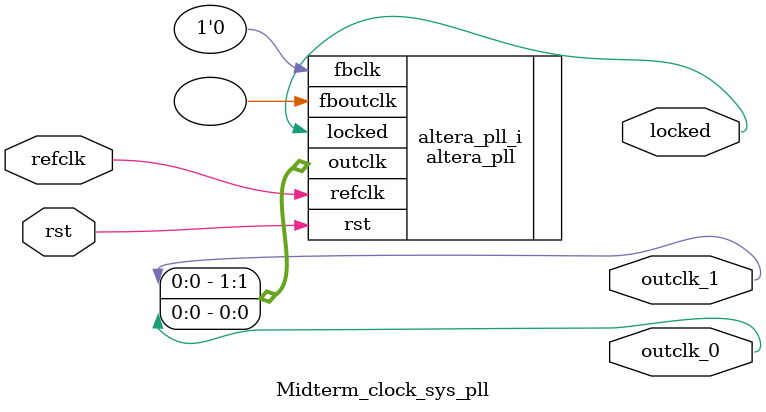
<source format=v>
`timescale 1ns/10ps
module  Midterm_clock_sys_pll(

	// interface 'refclk'
	input wire refclk,

	// interface 'reset'
	input wire rst,

	// interface 'outclk0'
	output wire outclk_0,

	// interface 'outclk1'
	output wire outclk_1,

	// interface 'locked'
	output wire locked
);

	altera_pll #(
		.fractional_vco_multiplier("false"),
		.reference_clock_frequency("50.0 MHz"),
		.operation_mode("direct"),
		.number_of_clocks(2),
		.output_clock_frequency0("50.000000 MHz"),
		.phase_shift0("0 ps"),
		.duty_cycle0(50),
		.output_clock_frequency1("50.000000 MHz"),
		.phase_shift1("-3000 ps"),
		.duty_cycle1(50),
		.output_clock_frequency2("0 MHz"),
		.phase_shift2("0 ps"),
		.duty_cycle2(50),
		.output_clock_frequency3("0 MHz"),
		.phase_shift3("0 ps"),
		.duty_cycle3(50),
		.output_clock_frequency4("0 MHz"),
		.phase_shift4("0 ps"),
		.duty_cycle4(50),
		.output_clock_frequency5("0 MHz"),
		.phase_shift5("0 ps"),
		.duty_cycle5(50),
		.output_clock_frequency6("0 MHz"),
		.phase_shift6("0 ps"),
		.duty_cycle6(50),
		.output_clock_frequency7("0 MHz"),
		.phase_shift7("0 ps"),
		.duty_cycle7(50),
		.output_clock_frequency8("0 MHz"),
		.phase_shift8("0 ps"),
		.duty_cycle8(50),
		.output_clock_frequency9("0 MHz"),
		.phase_shift9("0 ps"),
		.duty_cycle9(50),
		.output_clock_frequency10("0 MHz"),
		.phase_shift10("0 ps"),
		.duty_cycle10(50),
		.output_clock_frequency11("0 MHz"),
		.phase_shift11("0 ps"),
		.duty_cycle11(50),
		.output_clock_frequency12("0 MHz"),
		.phase_shift12("0 ps"),
		.duty_cycle12(50),
		.output_clock_frequency13("0 MHz"),
		.phase_shift13("0 ps"),
		.duty_cycle13(50),
		.output_clock_frequency14("0 MHz"),
		.phase_shift14("0 ps"),
		.duty_cycle14(50),
		.output_clock_frequency15("0 MHz"),
		.phase_shift15("0 ps"),
		.duty_cycle15(50),
		.output_clock_frequency16("0 MHz"),
		.phase_shift16("0 ps"),
		.duty_cycle16(50),
		.output_clock_frequency17("0 MHz"),
		.phase_shift17("0 ps"),
		.duty_cycle17(50),
		.pll_type("General"),
		.pll_subtype("General")
	) altera_pll_i (
		.rst	(rst),
		.outclk	({outclk_1, outclk_0}),
		.locked	(locked),
		.fboutclk	( ),
		.fbclk	(1'b0),
		.refclk	(refclk)
	);
endmodule


</source>
